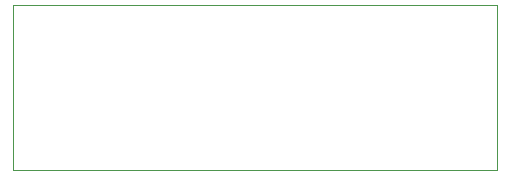
<source format=gm1>
G04 #@! TF.FileFunction,Profile,NP*
%FSLAX46Y46*%
G04 Gerber Fmt 4.6, Leading zero omitted, Abs format (unit mm)*
G04 Created by KiCad (PCBNEW (2015-08-18 BZR 6103)-product) date Wednesday, 26 August 2015 13:48:05*
%MOMM*%
G01*
G04 APERTURE LIST*
%ADD10C,0.150000*%
%ADD11C,0.100000*%
G04 APERTURE END LIST*
D10*
D11*
X100000000Y-114000000D02*
X100000000Y-100000000D01*
X141000000Y-114000000D02*
X100000000Y-114000000D01*
X141000000Y-100000000D02*
X141000000Y-114000000D01*
X100000000Y-100000000D02*
X141000000Y-100000000D01*
M02*

</source>
